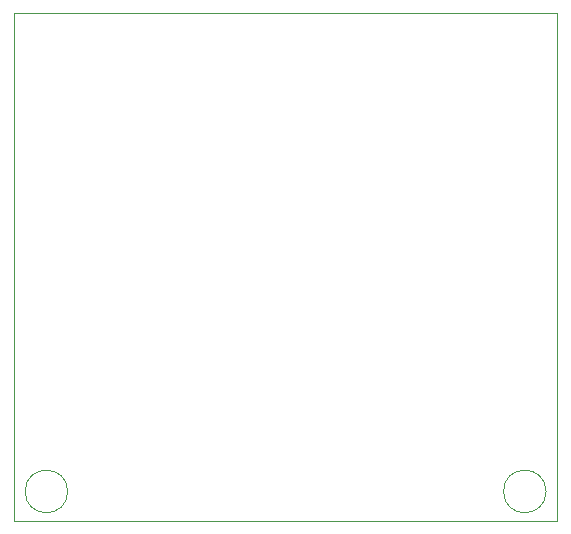
<source format=gbr>
%TF.GenerationSoftware,KiCad,Pcbnew,7.0.5*%
%TF.CreationDate,2024-11-17T18:30:54-07:00*%
%TF.ProjectId,sed1200emu,73656431-3230-4306-956d-752e6b696361,rev?*%
%TF.SameCoordinates,Original*%
%TF.FileFunction,Profile,NP*%
%FSLAX46Y46*%
G04 Gerber Fmt 4.6, Leading zero omitted, Abs format (unit mm)*
G04 Created by KiCad (PCBNEW 7.0.5) date 2024-11-17 18:30:54*
%MOMM*%
%LPD*%
G01*
G04 APERTURE LIST*
%TA.AperFunction,Profile*%
%ADD10C,0.050000*%
%TD*%
G04 APERTURE END LIST*
D10*
X171500000Y-128750000D02*
X171500000Y-85750000D01*
X170552776Y-126250000D02*
G75*
G03*
X170552776Y-126250000I-1802776J0D01*
G01*
X130052776Y-126250000D02*
G75*
G03*
X130052776Y-126250000I-1802776J0D01*
G01*
X125500000Y-128750000D02*
X171500000Y-128750000D01*
X171500000Y-85750000D02*
X125500000Y-85750000D01*
X125500000Y-85750000D02*
X125500000Y-128750000D01*
M02*

</source>
